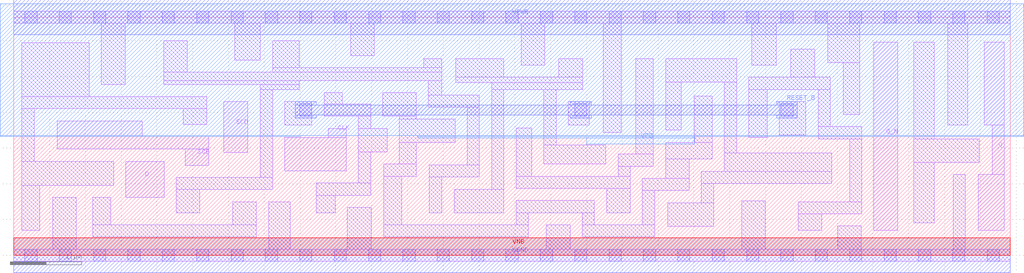
<source format=lef>
# Copyright 2020 The SkyWater PDK Authors
#
# Licensed under the Apache License, Version 2.0 (the "License");
# you may not use this file except in compliance with the License.
# You may obtain a copy of the License at
#
#     https://www.apache.org/licenses/LICENSE-2.0
#
# Unless required by applicable law or agreed to in writing, software
# distributed under the License is distributed on an "AS IS" BASIS,
# WITHOUT WARRANTIES OR CONDITIONS OF ANY KIND, either express or implied.
# See the License for the specific language governing permissions and
# limitations under the License.
#
# SPDX-License-Identifier: Apache-2.0

VERSION 5.7 ;
  NOWIREEXTENSIONATPIN ON ;
  DIVIDERCHAR "/" ;
  BUSBITCHARS "[]" ;
MACRO sky130_fd_sc_ms__sdfrbp_1
  CLASS CORE ;
  FOREIGN sky130_fd_sc_ms__sdfrbp_1 ;
  ORIGIN  0.000000  0.000000 ;
  SIZE  13.92000 BY  3.330000 ;
  SYMMETRY X Y R90 ;
  SITE unit ;
  PIN D
    ANTENNAGATEAREA  0.178200 ;
    DIRECTION INPUT ;
    USE SIGNAL ;
    PORT
      LAYER li1 ;
        RECT 1.565000 0.810000 2.100000 1.310000 ;
    END
  END D
  PIN Q
    ANTENNADIFFAREA  0.502100 ;
    DIRECTION OUTPUT ;
    USE SIGNAL ;
    PORT
      LAYER li1 ;
        RECT 13.470000 0.350000 13.835000 1.130000 ;
        RECT 13.555000 1.820000 13.835000 2.980000 ;
        RECT 13.665000 1.130000 13.835000 1.820000 ;
    END
  END Q
  PIN Q_N
    ANTENNADIFFAREA  0.520800 ;
    DIRECTION OUTPUT ;
    USE SIGNAL ;
    PORT
      LAYER li1 ;
        RECT 12.015000 0.350000 12.345000 2.980000 ;
    END
  END Q_N
  PIN RESET_B
    ANTENNAGATEAREA  0.455400 ;
    DIRECTION INPUT ;
    USE SIGNAL ;
    PORT
      LAYER met1 ;
        RECT  3.935000 1.920000  4.225000 1.965000 ;
        RECT  3.935000 1.965000 10.945000 2.105000 ;
        RECT  3.935000 2.105000  4.225000 2.150000 ;
        RECT  7.775000 1.920000  8.065000 1.965000 ;
        RECT  7.775000 2.105000  8.065000 2.150000 ;
        RECT 10.655000 1.920000 10.945000 1.965000 ;
        RECT 10.655000 2.105000 10.945000 2.150000 ;
    END
  END RESET_B
  PIN SCD
    ANTENNAGATEAREA  0.178200 ;
    DIRECTION INPUT ;
    USE SIGNAL ;
    PORT
      LAYER li1 ;
        RECT 2.935000 1.440000 3.265000 2.150000 ;
    END
  END SCD
  PIN SCE
    ANTENNAGATEAREA  0.356400 ;
    DIRECTION INPUT ;
    USE SIGNAL ;
    PORT
      LAYER li1 ;
        RECT 0.605000 1.490000 2.725000 1.660000 ;
        RECT 0.605000 1.660000 1.795000 1.880000 ;
        RECT 2.395000 1.260000 2.725000 1.490000 ;
    END
  END SCE
  PIN CLK
    ANTENNAGATEAREA  0.312600 ;
    DIRECTION INPUT ;
    USE CLOCK ;
    PORT
      LAYER li1 ;
        RECT 3.785000 1.180000 4.645000 1.650000 ;
        RECT 4.395000 1.650000 4.645000 1.775000 ;
    END
  END CLK
  PIN VGND
    DIRECTION INOUT ;
    USE GROUND ;
    PORT
      LAYER met1 ;
        RECT 0.000000 -0.245000 13.920000 0.245000 ;
    END
  END VGND
  PIN VNB
    DIRECTION INOUT ;
    USE GROUND ;
    PORT
      LAYER pwell ;
        RECT 0.000000 0.000000 13.920000 0.245000 ;
    END
  END VNB
  PIN VPB
    DIRECTION INOUT ;
    USE POWER ;
    PORT
      LAYER nwell ;
        RECT -0.190000 1.660000  4.000000 1.675000 ;
        RECT -0.190000 1.675000 14.110000 3.520000 ;
        RECT  5.645000 1.640000  9.515000 1.660000 ;
        RECT  5.645000 1.660000 14.110000 1.675000 ;
        RECT  8.005000 1.555000  9.515000 1.640000 ;
    END
  END VPB
  PIN VPWR
    DIRECTION INOUT ;
    USE POWER ;
    PORT
      LAYER met1 ;
        RECT 0.000000 3.085000 13.920000 3.575000 ;
    END
  END VPWR
  OBS
    LAYER li1 ;
      RECT  0.000000 -0.085000 13.920000 0.085000 ;
      RECT  0.000000  3.245000 13.920000 3.415000 ;
      RECT  0.115000  0.350000  0.365000 0.980000 ;
      RECT  0.115000  0.980000  1.395000 1.310000 ;
      RECT  0.115000  1.310000  0.285000 2.050000 ;
      RECT  0.115000  2.050000  2.695000 2.220000 ;
      RECT  0.115000  2.220000  1.055000 2.975000 ;
      RECT  0.545000  0.085000  0.875000 0.810000 ;
      RECT  1.105000  0.255000  3.390000 0.425000 ;
      RECT  1.105000  0.425000  1.355000 0.810000 ;
      RECT  1.225000  2.390000  1.555000 3.245000 ;
      RECT  2.095000  2.390000  3.985000 2.445000 ;
      RECT  2.095000  2.445000  5.975000 2.560000 ;
      RECT  2.095000  2.560000  2.425000 3.000000 ;
      RECT  2.270000  0.595000  2.600000 0.920000 ;
      RECT  2.270000  0.920000  3.615000 1.090000 ;
      RECT  2.365000  1.830000  2.695000 2.050000 ;
      RECT  3.060000  0.425000  3.390000 0.750000 ;
      RECT  3.085000  2.730000  3.445000 3.245000 ;
      RECT  3.445000  1.090000  3.615000 2.320000 ;
      RECT  3.445000  2.320000  3.985000 2.390000 ;
      RECT  3.560000  0.085000  3.865000 0.750000 ;
      RECT  3.615000  2.560000  5.975000 2.625000 ;
      RECT  3.615000  2.625000  3.985000 3.000000 ;
      RECT  3.785000  1.820000  4.165000 2.150000 ;
      RECT  4.225000  0.595000  4.490000 0.840000 ;
      RECT  4.225000  0.840000  4.985000 1.010000 ;
      RECT  4.335000  1.945000  4.985000 2.115000 ;
      RECT  4.335000  2.115000  4.585000 2.275000 ;
      RECT  4.660000  0.085000  4.990000 0.670000 ;
      RECT  4.705000  2.795000  5.035000 3.245000 ;
      RECT  4.815000  1.010000  4.985000 1.445000 ;
      RECT  4.815000  1.445000  5.215000 1.775000 ;
      RECT  4.815000  1.775000  4.985000 1.945000 ;
      RECT  5.155000  1.945000  5.620000 2.275000 ;
      RECT  5.170000  0.255000  7.185000 0.425000 ;
      RECT  5.170000  0.425000  5.420000 1.105000 ;
      RECT  5.170000  1.105000  5.620000 1.275000 ;
      RECT  5.385000  1.275000  5.620000 1.575000 ;
      RECT  5.385000  1.575000  6.165000 1.905000 ;
      RECT  5.385000  1.905000  5.620000 1.945000 ;
      RECT  5.725000  2.625000  5.975000 2.755000 ;
      RECT  5.790000  2.075000  6.505000 2.245000 ;
      RECT  5.790000  2.245000  5.975000 2.445000 ;
      RECT  5.800000  0.595000  5.980000 1.095000 ;
      RECT  5.800000  1.095000  6.505000 1.265000 ;
      RECT  6.150000  0.595000  6.845000 0.925000 ;
      RECT  6.175000  2.415000  7.945000 2.490000 ;
      RECT  6.175000  2.490000  6.845000 2.755000 ;
      RECT  6.335000  1.265000  6.505000 2.075000 ;
      RECT  6.675000  0.925000  6.845000 2.320000 ;
      RECT  6.675000  2.320000  7.945000 2.415000 ;
      RECT  7.015000  0.425000  7.185000 0.595000 ;
      RECT  7.015000  0.595000  8.110000 0.765000 ;
      RECT  7.015000  0.935000  8.610000 1.105000 ;
      RECT  7.015000  1.105000  7.235000 1.780000 ;
      RECT  7.090000  2.660000  7.420000 3.245000 ;
      RECT  7.405000  1.275000  8.270000 1.545000 ;
      RECT  7.405000  1.545000  7.575000 2.320000 ;
      RECT  7.440000  0.085000  7.770000 0.425000 ;
      RECT  7.615000  2.490000  7.945000 2.755000 ;
      RECT  7.745000  1.820000  8.035000 2.150000 ;
      RECT  7.940000  0.255000  8.950000 0.425000 ;
      RECT  7.940000  0.425000  8.110000 0.595000 ;
      RECT  8.235000  1.715000  8.485000 3.245000 ;
      RECT  8.280000  0.595000  8.610000 0.935000 ;
      RECT  8.440000  1.105000  8.610000 1.245000 ;
      RECT  8.440000  1.245000  8.935000 1.415000 ;
      RECT  8.685000  1.415000  8.935000 2.755000 ;
      RECT  8.780000  0.425000  8.950000 0.905000 ;
      RECT  8.780000  0.905000  9.435000 1.075000 ;
      RECT  9.105000  1.075000  9.435000 1.345000 ;
      RECT  9.105000  1.345000  9.755000 1.575000 ;
      RECT  9.105000  1.755000  9.325000 2.425000 ;
      RECT  9.105000  2.425000 10.095000 2.755000 ;
      RECT  9.135000  0.405000  9.775000 0.735000 ;
      RECT  9.505000  1.575000  9.755000 2.230000 ;
      RECT  9.605000  0.735000  9.775000 1.005000 ;
      RECT  9.605000  1.005000 11.425000 1.175000 ;
      RECT  9.925000  1.175000 11.425000 1.435000 ;
      RECT  9.925000  1.435000 10.095000 2.425000 ;
      RECT 10.165000  0.085000 10.495000 0.760000 ;
      RECT 10.265000  1.650000 10.525000 2.320000 ;
      RECT 10.265000  2.320000 11.405000 2.490000 ;
      RECT 10.305000  2.660000 10.650000 3.245000 ;
      RECT 10.695000  1.685000 11.065000 2.150000 ;
      RECT 10.855000  2.490000 11.185000 2.885000 ;
      RECT 10.955000  0.350000 11.285000 0.580000 ;
      RECT 10.955000  0.580000 11.845000 0.750000 ;
      RECT 11.235000  1.630000 11.845000 1.800000 ;
      RECT 11.235000  1.800000 11.405000 2.320000 ;
      RECT 11.370000  2.695000 11.815000 3.245000 ;
      RECT 11.510000  0.085000 11.840000 0.410000 ;
      RECT 11.585000  1.970000 11.815000 2.695000 ;
      RECT 11.675000  0.750000 11.845000 1.630000 ;
      RECT 12.570000  0.455000 12.855000 1.300000 ;
      RECT 12.570000  1.300000 13.485000 1.630000 ;
      RECT 12.570000  1.630000 12.855000 2.980000 ;
      RECT 13.045000  1.820000 13.325000 3.245000 ;
      RECT 13.120000  0.085000 13.290000 1.130000 ;
    LAYER mcon ;
      RECT  0.155000 -0.085000  0.325000 0.085000 ;
      RECT  0.155000  3.245000  0.325000 3.415000 ;
      RECT  0.635000 -0.085000  0.805000 0.085000 ;
      RECT  0.635000  3.245000  0.805000 3.415000 ;
      RECT  1.115000 -0.085000  1.285000 0.085000 ;
      RECT  1.115000  3.245000  1.285000 3.415000 ;
      RECT  1.595000 -0.085000  1.765000 0.085000 ;
      RECT  1.595000  3.245000  1.765000 3.415000 ;
      RECT  2.075000 -0.085000  2.245000 0.085000 ;
      RECT  2.075000  3.245000  2.245000 3.415000 ;
      RECT  2.555000 -0.085000  2.725000 0.085000 ;
      RECT  2.555000  3.245000  2.725000 3.415000 ;
      RECT  3.035000 -0.085000  3.205000 0.085000 ;
      RECT  3.035000  3.245000  3.205000 3.415000 ;
      RECT  3.515000 -0.085000  3.685000 0.085000 ;
      RECT  3.515000  3.245000  3.685000 3.415000 ;
      RECT  3.995000 -0.085000  4.165000 0.085000 ;
      RECT  3.995000  1.950000  4.165000 2.120000 ;
      RECT  3.995000  3.245000  4.165000 3.415000 ;
      RECT  4.475000 -0.085000  4.645000 0.085000 ;
      RECT  4.475000  3.245000  4.645000 3.415000 ;
      RECT  4.955000 -0.085000  5.125000 0.085000 ;
      RECT  4.955000  3.245000  5.125000 3.415000 ;
      RECT  5.435000 -0.085000  5.605000 0.085000 ;
      RECT  5.435000  3.245000  5.605000 3.415000 ;
      RECT  5.915000 -0.085000  6.085000 0.085000 ;
      RECT  5.915000  3.245000  6.085000 3.415000 ;
      RECT  6.395000 -0.085000  6.565000 0.085000 ;
      RECT  6.395000  3.245000  6.565000 3.415000 ;
      RECT  6.875000 -0.085000  7.045000 0.085000 ;
      RECT  6.875000  3.245000  7.045000 3.415000 ;
      RECT  7.355000 -0.085000  7.525000 0.085000 ;
      RECT  7.355000  3.245000  7.525000 3.415000 ;
      RECT  7.835000 -0.085000  8.005000 0.085000 ;
      RECT  7.835000  1.950000  8.005000 2.120000 ;
      RECT  7.835000  3.245000  8.005000 3.415000 ;
      RECT  8.315000 -0.085000  8.485000 0.085000 ;
      RECT  8.315000  3.245000  8.485000 3.415000 ;
      RECT  8.795000 -0.085000  8.965000 0.085000 ;
      RECT  8.795000  3.245000  8.965000 3.415000 ;
      RECT  9.275000 -0.085000  9.445000 0.085000 ;
      RECT  9.275000  3.245000  9.445000 3.415000 ;
      RECT  9.755000 -0.085000  9.925000 0.085000 ;
      RECT  9.755000  3.245000  9.925000 3.415000 ;
      RECT 10.235000 -0.085000 10.405000 0.085000 ;
      RECT 10.235000  3.245000 10.405000 3.415000 ;
      RECT 10.715000 -0.085000 10.885000 0.085000 ;
      RECT 10.715000  1.950000 10.885000 2.120000 ;
      RECT 10.715000  3.245000 10.885000 3.415000 ;
      RECT 11.195000 -0.085000 11.365000 0.085000 ;
      RECT 11.195000  3.245000 11.365000 3.415000 ;
      RECT 11.675000 -0.085000 11.845000 0.085000 ;
      RECT 11.675000  3.245000 11.845000 3.415000 ;
      RECT 12.155000 -0.085000 12.325000 0.085000 ;
      RECT 12.155000  3.245000 12.325000 3.415000 ;
      RECT 12.635000 -0.085000 12.805000 0.085000 ;
      RECT 12.635000  3.245000 12.805000 3.415000 ;
      RECT 13.115000 -0.085000 13.285000 0.085000 ;
      RECT 13.115000  3.245000 13.285000 3.415000 ;
      RECT 13.595000 -0.085000 13.765000 0.085000 ;
      RECT 13.595000  3.245000 13.765000 3.415000 ;
  END
END sky130_fd_sc_ms__sdfrbp_1
END LIBRARY

</source>
